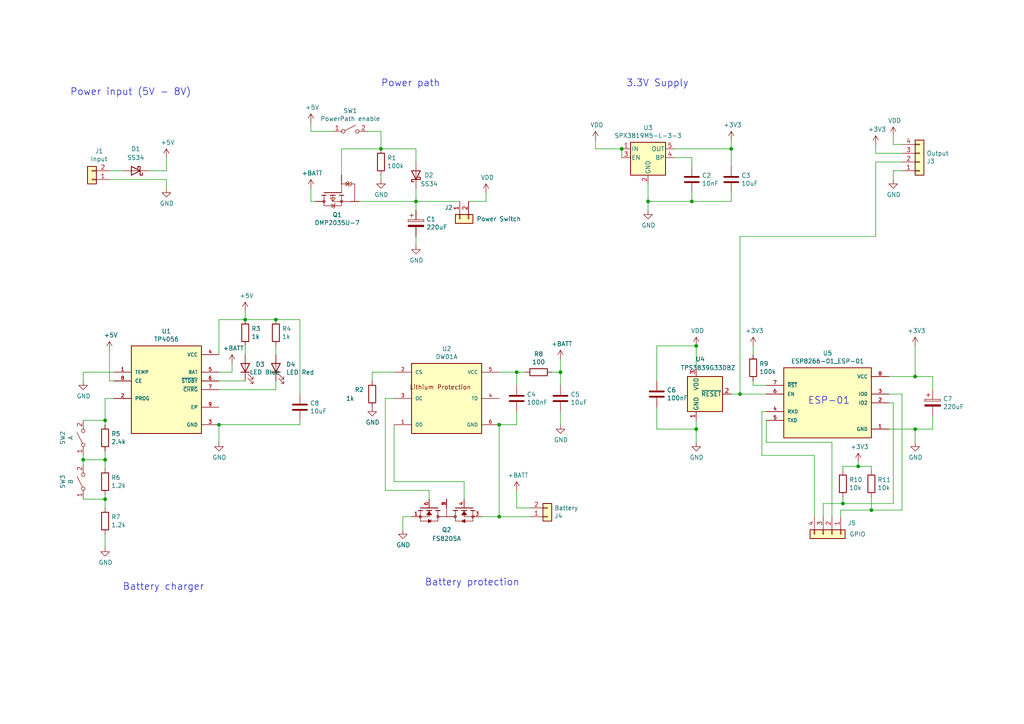
<source format=kicad_sch>
(kicad_sch (version 20211123) (generator eeschema)
  (paper "A4")
  (title_block (title "ESPower") (date "2022-09-02") (rev "v1.0") (company "AGIUS-INDUSTRIES"))
  (lib_symbols
    (symbol "Connector_Generic:Conn_01x02" (pin_names (offset 1.016) hide)
      (property "Reference" "J" (at 0 2.54 0))
      (property "Value" "Conn_01x02" (at 0 -5.08 0))
      (symbol "Conn_01x02_1_1"
        (rectangle (start -1.27 -2.413) (end 0 -2.667) (stroke (width 0.1524)))
        (rectangle (start -1.27 0.127) (end 0 -0.127) (stroke (width 0.1524)))
        (rectangle (start -1.27 1.27) (end 1.27 -3.81) (stroke (width 0.254)) (fill (type background)))
        (pin passive line (at -5.08 0 0) (length 3.81) (name "Pin_1") (number "1"))
        (pin passive line (at -5.08 -2.54 0) (length 3.81) (name "Pin_2") (number "2"))
      )
    )
    (symbol "Connector_Generic:Conn_01x04" (pin_names (offset 1.016) hide)
      (property "Reference" "J" (at 0 5.08 0))
      (property "Value" "Conn_01x04" (at 0 -7.62 0))
      (symbol "Conn_01x04_1_1"
        (rectangle (start -1.27 -4.953) (end 0 -5.207) (stroke (width 0.1524)))
        (rectangle (start -1.27 -2.413) (end 0 -2.667) (stroke (width 0.1524)))
        (rectangle (start -1.27 0.127) (end 0 -0.127) (stroke (width 0.1524)))
        (rectangle (start -1.27 2.667) (end 0 2.413) (stroke (width 0.1524)))
        (rectangle (start -1.27 3.81) (end 1.27 -6.35) (stroke (width 0.254)) (fill (type background)))
        (pin passive line (at -5.08 2.54 0) (length 3.81) (name "Pin_1") (number "1"))
        (pin passive line (at -5.08 0 0) (length 3.81) (name "Pin_2") (number "2"))
        (pin passive line (at -5.08 -2.54 0) (length 3.81) (name "Pin_3") (number "3"))
        (pin passive line (at -5.08 -5.08 0) (length 3.81) (name "Pin_4") (number "4"))
      )
    )
    (symbol "DMP1045U:DMP1045U" (pin_numbers hide) (pin_names (offset 1.016) hide)
      (property "Reference" "Q" (at -10.16 7.62 0))
      (property "Value" "DMP1045U" (at -10.16 -7.62 0))
      (symbol "DMP1045U_0_0"
        (polyline (pts (xy -3.048 4.572) (xy -3.302 4.318)) (stroke (width 0.1524)))
        (polyline (pts (xy -2.54 2.54) (xy -2.54 4.572)) (stroke (width 0.1524)))
        (polyline (pts (xy -2.54 2.54) (xy 0 2.54)) (stroke (width 0.1524)))
        (polyline (pts (xy -2.54 4.572) (xy -3.048 4.572)) (stroke (width 0.1524)))
        (polyline (pts (xy -2.54 6.35) (xy -2.54 5.334)) (stroke (width 0.1524)))
        (polyline (pts (xy -2.54 6.35) (xy 2.54 6.35)) (stroke (width 0.1524)))
        (polyline (pts (xy -2.032 4.572) (xy -2.54 4.572)) (stroke (width 0.1524)))
        (polyline (pts (xy -1.778 4.826) (xy -2.032 4.572)) (stroke (width 0.1524)))
        (polyline (pts (xy 0 -2.54) (xy 0 2.54)) (stroke (width 0.254)))
        (polyline (pts (xy 0.762 -3.175) (xy 0.762 -2.54)) (stroke (width 0.254)))
        (polyline (pts (xy 0.762 -2.54) (xy 0.762 -1.905)) (stroke (width 0.254)))
        (polyline (pts (xy 0.762 -2.54) (xy 3.81 -2.54)) (stroke (width 0.1524)))
        (polyline (pts (xy 0.762 -0.762) (xy 0.762 0)) (stroke (width 0.254)))
        (polyline (pts (xy 0.762 0) (xy 0.762 0.762)) (stroke (width 0.254)))
        (polyline (pts (xy 0.762 0) (xy 2.54 0)) (stroke (width 0.1524)))
        (polyline (pts (xy 0.762 1.905) (xy 0.762 2.54)) (stroke (width 0.254)))
        (polyline (pts (xy 0.762 2.54) (xy 0.762 3.175)) (stroke (width 0.254)))
        (polyline (pts (xy 2.54 0) (xy 2.54 2.54)) (stroke (width 0.1524)))
        (polyline (pts (xy 2.54 2.54) (xy 0.762 2.54)) (stroke (width 0.1524)))
        (polyline (pts (xy 2.54 2.54) (xy 2.54 5.08)) (stroke (width 0.1524)))
        (polyline (pts (xy 2.54 2.54) (xy 3.81 2.54)) (stroke (width 0.1524)))
        (polyline (pts (xy 3.048 0.762) (xy 3.302 0.508)) (stroke (width 0.1524)))
        (polyline (pts (xy 3.302 0.508) (xy 3.81 0.508)) (stroke (width 0.1524)))
        (polyline (pts (xy 3.81 -2.54) (xy 3.81 0.508)) (stroke (width 0.1524)))
        (polyline (pts (xy 3.81 0.508) (xy 3.81 2.54)) (stroke (width 0.1524)))
        (polyline (pts (xy 3.81 0.508) (xy 4.318 0.508)) (stroke (width 0.1524)))
        (polyline (pts (xy 4.318 0.508) (xy 4.572 0.254)) (stroke (width 0.1524)))
        (polyline (pts (xy -2.54 4.572) (xy -3.048 5.334) (xy -2.032 5.334) (xy -2.54 4.572)) (stroke (width 0.1524)) (fill (type background)))
        (polyline (pts (xy -2.54 4.572) (xy -2.032 3.81) (xy -3.048 3.81) (xy -2.54 4.572)) (stroke (width 0.1524)) (fill (type background)))
        (polyline (pts (xy 2.54 0) (xy 1.524 0.762) (xy 1.524 -0.762) (xy 2.54 0)) (stroke (width 0.1524)) (fill (type background)))
        (polyline (pts (xy 3.81 0.508) (xy 4.318 -0.254) (xy 3.302 -0.254) (xy 3.81 0.508)) (stroke (width 0.1524)) (fill (type background)))
        (circle (center 2.54 -2.54) (radius 0.3556))
        (circle (center 2.54 2.54) (radius 0.3556))
        (pin passive line (at -5.08 2.54 0) (length 2.54) (name "~") (number "1"))
        (pin passive line (at 2.54 7.62 270) (length 2.54) (name "~") (number "2"))
        (pin passive line (at 2.54 -5.08 90) (length 2.54) (name "~") (number "3"))
      )
    )
    (symbol "DW01A:DW01A" (pin_names (offset 1.016))
      (property "Reference" "IC" (at -5.08 11.43 0))
      (property "Value" "DW01A" (at -5.08 -12.7 0))
      (symbol "DW01A_0_0"
        (rectangle (start -10.16 -10.16) (end 10.16 10.16) (stroke (width 0.254)) (fill (type background)))
        (text "Lithium Protection" (at -7.112 2.54 0) (effects (font (size 1.27 1.27)) (justify left bottom)))
        (pin bidirectional line (at 15.24 -7.62 180) (length 5.08) (name "OD") (number "1"))
        (pin bidirectional line (at 15.24 7.62 180) (length 5.08) (name "CS") (number "2"))
        (pin bidirectional line (at 15.24 0 180) (length 5.08) (name "OC") (number "3"))
        (pin bidirectional line (at -15.24 0 0) (length 5.08) (name "TD") (number "4"))
        (pin power_in line (at -15.24 7.62 0) (length 5.08) (name "VCC") (number "5"))
        (pin power_in line (at -15.24 -7.62 0) (length 5.08) (name "GND") (number "6"))
      )
    )
    (symbol "Device:C" (pin_numbers hide) (pin_names (offset 0.254))
      (property "Reference" "C" (at 0.635 2.54 0))
      (property "Value" "C" (at 0.635 -2.54 0))
      (symbol "C_0_1"
        (polyline (pts (xy -2.032 -0.762) (xy 2.032 -0.762)) (stroke (width 0.508)))
        (polyline (pts (xy -2.032 0.762) (xy 2.032 0.762)) (stroke (width 0.508)))
      )
      (symbol "C_1_1"
        (pin passive line (at 0 3.81 270) (length 2.794) (name "~") (number "1"))
        (pin passive line (at 0 -3.81 90) (length 2.794) (name "~") (number "2"))
      )
    )
    (symbol "Device:D_Schottky" (pin_numbers hide) (pin_names (offset 1.016) hide)
      (property "Reference" "D" (at 0 2.54 0))
      (property "Value" "D_Schottky" (at 0 -2.54 0))
      (symbol "D_Schottky_0_1"
        (polyline (pts (xy 1.27 0) (xy -1.27 0)))
        (polyline (pts (xy 1.27 1.27) (xy 1.27 -1.27) (xy -1.27 0) (xy 1.27 1.27)) (stroke (width 0.254)))
        (polyline (pts (xy -1.905 0.635) (xy -1.905 1.27) (xy -1.27 1.27) (xy -1.27 -1.27) (xy -0.635 -1.27) (xy -0.635 -0.635)) (stroke (width 0.254)))
      )
      (symbol "D_Schottky_1_1"
        (pin passive line (at -3.81 0 0) (length 2.54) (name "K") (number "1"))
        (pin passive line (at 3.81 0 180) (length 2.54) (name "A") (number "2"))
      )
    )
    (symbol "Device:LED" (pin_numbers hide) (pin_names (offset 1.016) hide)
      (property "Reference" "D" (at 0 2.54 0))
      (property "Value" "LED" (at 0 -2.54 0))
      (symbol "LED_0_1"
        (polyline (pts (xy -1.27 -1.27) (xy -1.27 1.27)) (stroke (width 0.254)))
        (polyline (pts (xy -1.27 0) (xy 1.27 0)))
        (polyline (pts (xy 1.27 -1.27) (xy 1.27 1.27) (xy -1.27 0) (xy 1.27 -1.27)) (stroke (width 0.254)))
        (polyline (pts (xy -3.048 -0.762) (xy -4.572 -2.286) (xy -3.81 -2.286) (xy -4.572 -2.286) (xy -4.572 -1.524)))
        (polyline (pts (xy -1.778 -0.762) (xy -3.302 -2.286) (xy -2.54 -2.286) (xy -3.302 -2.286) (xy -3.302 -1.524)))
      )
      (symbol "LED_1_1"
        (pin passive line (at -3.81 0 0) (length 2.54) (name "K") (number "1"))
        (pin passive line (at 3.81 0 180) (length 2.54) (name "A") (number "2"))
      )
    )
    (symbol "Device:R" (pin_numbers hide) (pin_names (offset 0))
      (property "Reference" "R" (at 2.032 0 90))
      (property "Value" "R" (at 0 0 90))
      (symbol "R_0_1"
        (rectangle (start -1.016 -2.54) (end 1.016 2.54) (stroke (width 0.254)))
      )
      (symbol "R_1_1"
        (pin passive line (at 0 3.81 270) (length 1.27) (name "~") (number "1"))
        (pin passive line (at 0 -3.81 90) (length 1.27) (name "~") (number "2"))
      )
    )
    (symbol "ESPower-rescue:+3.3V-power" (power) (pin_names (offset 0))
      (property "Value" "+3.3V-power" (at 0 3.556 0))
      (symbol "+3.3V-power_0_1"
        (polyline (pts (xy -0.762 1.27) (xy 0 2.54)))
        (polyline (pts (xy 0 0) (xy 0 2.54)))
        (polyline (pts (xy 0 2.54) (xy 0.762 1.27)))
      )
      (symbol "+3.3V-power_1_1"
        (pin power_in line (at 0 0 90) (length 0) hide (name "+3V3") (number "1"))
      )
    )
    (symbol "ESPower-rescue:CP-Device" (pin_numbers hide) (pin_names (offset 0.254))
      (property "Reference" "C" (at 0.635 2.54 0))
      (property "Value" "CP-Device" (at 0.635 -2.54 0))
      (symbol "CP-Device_0_1"
        (rectangle (start -2.286 0.508) (end 2.286 1.016))
        (polyline (pts (xy -1.778 2.286) (xy -0.762 2.286)))
        (polyline (pts (xy -1.27 2.794) (xy -1.27 1.778)))
        (rectangle (start 2.286 -0.508) (end -2.286 -1.016) (fill (type outline)))
      )
      (symbol "CP-Device_1_1"
        (pin passive line (at 0 3.81 270) (length 2.794) (name "~") (number "1"))
        (pin passive line (at 0 -3.81 90) (length 2.794) (name "~") (number "2"))
      )
    )
    (symbol "ESPower-rescue:ESP8266-01_ESP-01-ESP8266-01_ESP-01" (pin_names (offset 1.016))
      (property "Reference" "U" (at -12.7 10.668 0))
      (property "Value" "ESP8266-01_ESP-01-ESP8266-01_ESP-01" (at -12.7254 -12.7254 0))
      (symbol "ESP8266-01_ESP-01-ESP8266-01_ESP-01_0_0"
        (rectangle (start -12.7 -10.16) (end 12.7 10.16) (stroke (width 0.254)) (fill (type background)))
        (pin power_in line (at 17.78 -7.62 180) (length 5.08) (name "GND") (number "1"))
        (pin bidirectional line (at 17.78 0 180) (length 5.08) (name "IO2") (number "2"))
        (pin bidirectional line (at 17.78 2.54 180) (length 5.08) (name "IO0") (number "3"))
        (pin input line (at -17.78 -2.54 0) (length 5.08) (name "RXD") (number "4"))
        (pin output line (at -17.78 -5.08 0) (length 5.08) (name "TXD") (number "5"))
        (pin input line (at -17.78 2.54 0) (length 5.08) (name "EN") (number "6"))
        (pin input line (at -17.78 5.08 0) (length 5.08) (name "~{RST}") (number "7"))
        (pin power_in line (at 17.78 7.62 180) (length 5.08) (name "VCC") (number "8"))
      )
    )
    (symbol "FS8205:FS8205" (pin_names (offset 1.016))
      (property "Reference" "Q" (at 2.54 2.286 0))
      (property "Value" "FS8205" (at 2.54 -2.032 0))
      (symbol "FS8205_0_0"
        (circle (center 0 -7.62) (radius 0.3592))
        (circle (center 0 -2.54) (radius 0.3592))
        (polyline (pts (xy -2.54 -2.54) (xy -2.54 -7.62)) (stroke (width 0.254)))
        (polyline (pts (xy -2.54 0) (xy 0 0)) (stroke (width 0.1524)))
        (polyline (pts (xy -2.54 2.54) (xy -2.54 7.62)) (stroke (width 0.254)))
        (polyline (pts (xy -1.778 -7.62) (xy -1.778 -8.255)) (stroke (width 0.254)))
        (polyline (pts (xy -1.778 -6.985) (xy -1.778 -7.62)) (stroke (width 0.254)))
        (polyline (pts (xy -1.778 -5.08) (xy -1.778 -5.842)) (stroke (width 0.254)))
        (polyline (pts (xy -1.778 -5.08) (xy 0 -5.08)) (stroke (width 0.1524)))
        (polyline (pts (xy -1.778 -4.318) (xy -1.778 -5.08)) (stroke (width 0.254)))
        (polyline (pts (xy -1.778 -2.54) (xy -1.778 -3.175)) (stroke (width 0.254)))
        (polyline (pts (xy -1.778 -2.54) (xy 0 -2.54)) (stroke (width 0.1524)))
        (polyline (pts (xy -1.778 -1.905) (xy -1.778 -2.54)) (stroke (width 0.254)))
        (polyline (pts (xy -1.778 1.905) (xy -1.778 2.54)) (stroke (width 0.254)))
        (polyline (pts (xy -1.778 2.54) (xy -1.778 3.175)) (stroke (width 0.254)))
        (polyline (pts (xy -1.778 2.54) (xy 0 2.54)) (stroke (width 0.1524)))
        (polyline (pts (xy -1.778 4.318) (xy -1.778 5.08)) (stroke (width 0.254)))
        (polyline (pts (xy -1.778 5.08) (xy -1.778 5.842)) (stroke (width 0.254)))
        (polyline (pts (xy -1.778 5.08) (xy 0 5.08)) (stroke (width 0.1524)))
        (polyline (pts (xy -1.778 6.985) (xy -1.778 7.62)) (stroke (width 0.254)))
        (polyline (pts (xy -1.778 7.62) (xy -1.778 8.255)) (stroke (width 0.254)))
        (polyline (pts (xy 0 -7.62) (xy -1.778 -7.62)) (stroke (width 0.1524)))
        (polyline (pts (xy 0 -7.62) (xy 1.27 -7.62)) (stroke (width 0.1524)))
        (polyline (pts (xy 0 -5.08) (xy 0 -7.62)) (stroke (width 0.1524)))
        (polyline (pts (xy 0 -2.54) (xy 1.27 -2.54)) (stroke (width 0.1524)))
        (polyline (pts (xy 0 0) (xy 0 -2.54)) (stroke (width 0.1778)))
        (polyline (pts (xy 0 2.54) (xy 0 0)) (stroke (width 0.1778)))
        (polyline (pts (xy 0 2.54) (xy 1.27 2.54)) (stroke (width 0.1524)))
        (polyline (pts (xy 0 5.08) (xy 0 7.62)) (stroke (width 0.1524)))
        (polyline (pts (xy 0 7.62) (xy -1.778 7.62)) (stroke (width 0.1524)))
        (polyline (pts (xy 0 7.62) (xy 1.27 7.62)) (stroke (width 0.1524)))
        (polyline (pts (xy 1.27 -4.572) (xy 0.762 -4.572)) (stroke (width 0.1524)))
        (polyline (pts (xy 1.27 -4.572) (xy 1.27 -7.62)) (stroke (width 0.1524)))
        (polyline (pts (xy 1.27 -2.54) (xy 1.27 -4.572)) (stroke (width 0.1524)))
        (polyline (pts (xy 1.27 2.54) (xy 1.27 4.572)) (stroke (width 0.1524)))
        (polyline (pts (xy 1.27 4.572) (xy 0.762 4.572)) (stroke (width 0.1524)))
        (polyline (pts (xy 1.27 4.572) (xy 1.27 7.62)) (stroke (width 0.1524)))
        (polyline (pts (xy 1.778 -4.572) (xy 1.27 -4.572)) (stroke (width 0.1524)))
        (polyline (pts (xy 1.778 4.572) (xy 1.27 4.572)) (stroke (width 0.1524)))
        (polyline (pts (xy -1.524 -5.08) (xy -0.508 -4.318) (xy -0.508 -5.842) (xy -1.524 -5.08)) (stroke (width 0.1524)) (fill (type outline)))
        (polyline (pts (xy -1.524 5.08) (xy -0.508 4.318) (xy -0.508 5.842) (xy -1.524 5.08)) (stroke (width 0.1524)) (fill (type outline)))
        (polyline (pts (xy 1.27 -4.572) (xy 0.762 -5.334) (xy 1.778 -5.334) (xy 1.27 -4.572)) (stroke (width 0.1524)) (fill (type outline)))
        (polyline (pts (xy 1.27 4.572) (xy 0.762 5.334) (xy 1.778 5.334) (xy 1.27 4.572)) (stroke (width 0.1524)) (fill (type outline)))
        (circle (center 0 2.54) (radius 0.3592))
        (circle (center 0 7.62) (radius 0.3592))
        (pin passive line (at 0 -10.16 90) (length 2.54) (name "~") (number "1"))
        (pin passive line (at -5.08 0 0) (length 2.54) (name "~") (number "2"))
        (pin passive line (at 0 10.16 270) (length 2.54) (name "~") (number "3"))
        (pin passive line (at -5.08 5.08 0) (length 2.54) (name "~") (number "4"))
        (pin passive line (at -5.08 0 0) (length 2.54) (name "~") (number "5"))
        (pin passive line (at -5.08 -5.08 0) (length 2.54) (name "~") (number "6"))
      )
    )
    (symbol "Power_Supervisor:TPS3839DBZ" (pin_names (offset 0.254))
      (property "Reference" "U" (at 2.54 8.89 0))
      (property "Value" "TPS3839DBZ" (at 2.54 6.35 0))
      (symbol "TPS3839DBZ_0_1"
        (rectangle (start -2.54 5.08) (end 7.62 -5.08) (stroke (width 0.254)) (fill (type background)))
      )
      (symbol "TPS3839DBZ_1_1"
        (pin power_in line (at 0 -7.62 90) (length 2.54) (name "GND") (number "1"))
        (pin output line (at 10.16 0 180) (length 2.54) (name "~{RESET}") (number "2"))
        (pin power_in line (at 0 7.62 270) (length 2.54) (name "VDD") (number "3"))
      )
    )
    (symbol "Regulator_Linear:SPX3819M5-L-3-3" (pin_names (offset 0.254))
      (property "Reference" "U" (at -3.81 5.715 0))
      (property "Value" "SPX3819M5-L-3-3" (at 0 5.715 0))
      (symbol "SPX3819M5-L-3-3_0_1"
        (rectangle (start -5.08 4.445) (end 5.08 -5.08) (stroke (width 0.254)) (fill (type background)))
      )
      (symbol "SPX3819M5-L-3-3_1_1"
        (pin power_in line (at -7.62 2.54 0) (length 2.54) (name "IN") (number "1"))
        (pin power_in line (at 0 -7.62 90) (length 2.54) (name "GND") (number "2"))
        (pin input line (at -7.62 0 0) (length 2.54) (name "EN") (number "3"))
        (pin input line (at 7.62 0 180) (length 2.54) (name "BP") (number "4"))
        (pin power_out line (at 7.62 2.54 180) (length 2.54) (name "OUT") (number "5"))
      )
    )
    (symbol "Switch:SW_SPST" (pin_names (offset 0) hide)
      (property "Reference" "SW" (at 0 3.175 0))
      (property "Value" "SW_SPST" (at 0 -2.54 0))
      (symbol "SW_SPST_0_0"
        (circle (center -2.032 0) (radius 0.508))
        (polyline (pts (xy -1.524 0.254) (xy 1.524 1.778)))
        (circle (center 2.032 0) (radius 0.508))
      )
      (symbol "SW_SPST_1_1"
        (pin passive line (at -5.08 0 0) (length 2.54) (name "A") (number "1"))
        (pin passive line (at 5.08 0 180) (length 2.54) (name "B") (number "2"))
      )
    )
    (symbol "TP4056:TP4056" (pin_names (offset 1.016))
      (property "Reference" "U" (at -10.16 13.208 0))
      (property "Value" "TP4056" (at -10.16 -15.24 0))
      (symbol "TP4056_0_0"
        (rectangle (start -10.16 -12.7) (end 10.16 12.7) (stroke (width 0.254)) (fill (type background)))
        (pin input line (at -15.24 5.08 0) (length 5.08) (name "TEMP") (number "1"))
        (pin bidirectional line (at -15.24 -2.54 0) (length 5.08) (name "PROG") (number "2"))
        (pin power_in line (at 15.24 -10.16 180) (length 5.08) (name "GND") (number "3"))
        (pin power_in line (at 15.24 10.16 180) (length 5.08) (name "VCC") (number "4"))
        (pin output line (at 15.24 5.08 180) (length 5.08) (name "BAT") (number "5"))
        (pin output line (at 15.24 2.54 180) (length 5.08) (name "~{STDBY}") (number "6"))
        (pin output line (at 15.24 0 180) (length 5.08) (name "~{CHRG}") (number "7"))
        (pin input line (at -15.24 2.54 0) (length 5.08) (name "CE") (number "8"))
        (pin passive line (at 15.24 -5.08 180) (length 5.08) (name "EP") (number "9"))
      )
    )
    (symbol "power:+5V" (power) (pin_names (offset 0))
      (property "Value" "+5V" (at 0 3.556 0))
      (symbol "+5V_0_1"
        (polyline (pts (xy -0.762 1.27) (xy 0 2.54)))
        (polyline (pts (xy 0 0) (xy 0 2.54)))
        (polyline (pts (xy 0 2.54) (xy 0.762 1.27)))
      )
      (symbol "+5V_1_1"
        (pin power_in line (at 0 0 90) (length 0) hide (name "+5V") (number "1"))
      )
    )
    (symbol "power:+BATT" (power) (pin_names (offset 0))
      (property "Value" "+BATT" (at 0 3.556 0))
      (symbol "+BATT_0_1"
        (polyline (pts (xy -0.762 1.27) (xy 0 2.54)))
        (polyline (pts (xy 0 0) (xy 0 2.54)))
        (polyline (pts (xy 0 2.54) (xy 0.762 1.27)))
      )
      (symbol "+BATT_1_1"
        (pin power_in line (at 0 0 90) (length 0) hide (name "+BATT") (number "1"))
      )
    )
    (symbol "power:GND" (power) (pin_names (offset 0))
      (property "Value" "GND" (at 0 -3.81 0))
      (symbol "GND_0_1"
        (polyline (pts (xy 0 0) (xy 0 -1.27) (xy 1.27 -1.27) (xy 0 -2.54) (xy -1.27 -1.27) (xy 0 -1.27)))
      )
      (symbol "GND_1_1"
        (pin power_in line (at 0 0 270) (length 0) hide (name "GND") (number "1"))
      )
    )
    (symbol "power:VDD" (power) (pin_names (offset 0))
      (property "Value" "VDD" (at 0 3.81 0))
      (symbol "VDD_0_1"
        (polyline (pts (xy -0.762 1.27) (xy 0 2.54)))
        (polyline (pts (xy 0 0) (xy 0 2.54)))
        (polyline (pts (xy 0 2.54) (xy 0.762 1.27)))
      )
      (symbol "VDD_1_1"
        (pin power_in line (at 0 0 90) (length 0) hide (name "VDD") (number "1"))
      )
    )
  )
  (junction (at 149.86 107.95))
  (junction (at 200.66 58.42))
  (junction (at 265.43 109.22))
  (junction (at 244.475 146.05))
  (junction (at 201.93 124.46))
  (junction (at 24.13 133.35))
  (junction (at 80.01 92.71))
  (junction (at 252.73 147.955))
  (junction (at 201.93 100.33))
  (junction (at 30.48 121.92))
  (junction (at 110.49 43.18))
  (junction (at 265.43 124.46))
  (junction (at 120.65 58.42))
  (junction (at 212.09 43.18))
  (junction (at 30.48 144.78))
  (junction (at 63.5 123.19))
  (junction (at 71.12 92.71))
  (junction (at 248.92 135.255))
  (junction (at 187.96 58.42))
  (junction (at 214.63 114.3))
  (junction (at 162.56 107.95))
  (junction (at 30.48 133.35))
  (junction (at 180.34 43.18))
  (junction (at 144.78 149.86))
  (junction (at 144.78 123.19))
  (wire (pts (xy 222.25 114.3) (xy 214.63 114.3)))
  (wire (pts (xy 153.67 147.32) (xy 149.86 147.32)))
  (wire (pts (xy 257.81 114.3) (xy 261.62 114.3)))
  (wire (pts (xy 116.84 149.86) (xy 116.84 153.67)))
  (wire (pts (xy 236.22 149.86) (xy 236.22 132.08)))
  (wire (pts (xy 114.3 123.19) (xy 114.3 139.7)))
  (wire (pts (xy 90.17 54.61) (xy 90.17 58.42)))
  (wire (pts (xy 201.93 124.46) (xy 201.93 128.27)))
  (wire (pts (xy 80.01 113.03) (xy 63.5 113.03)))
  (wire (pts (xy 201.93 121.92) (xy 201.93 124.46)))
  (wire (pts (xy 144.78 149.86) (xy 153.67 149.86)))
  (wire (pts (xy 114.3 115.57) (xy 111.76 115.57)))
  (wire (pts (xy 265.43 109.22) (xy 270.51 109.22)))
  (wire (pts (xy 99.06 43.18) (xy 99.06 50.8)))
  (wire (pts (xy 187.96 58.42) (xy 187.96 60.96)))
  (wire (pts (xy 149.86 147.32) (xy 149.86 142.24)))
  (wire (pts (xy 111.76 142.24) (xy 111.76 115.57)))
  (wire (pts (xy 241.3 128.27) (xy 222.25 128.27)))
  (wire (pts (xy 80.01 92.71) (xy 86.995 92.71)))
  (wire (pts (xy 265.43 124.46) (xy 265.43 128.27)))
  (wire (pts (xy 238.76 146.05) (xy 244.475 146.05)))
  (wire (pts (xy 24.13 133.35) (xy 24.13 134.62)))
  (wire (pts (xy 30.48 115.57) (xy 30.48 121.92)))
  (wire (pts (xy 139.7 149.86) (xy 144.78 149.86)))
  (wire (pts (xy 190.5 124.46) (xy 190.5 118.11)))
  (wire (pts (xy 31.75 49.53) (xy 35.56 49.53)))
  (wire (pts (xy 71.12 100.33) (xy 71.12 102.87)))
  (wire (pts (xy 236.22 132.08) (xy 220.98 132.08)))
  (wire (pts (xy 107.95 107.95) (xy 107.95 110.49)))
  (wire (pts (xy 214.63 114.3) (xy 212.09 114.3)))
  (wire (pts (xy 162.56 111.76) (xy 162.56 107.95)))
  (wire (pts (xy 222.25 111.76) (xy 218.44 111.76)))
  (wire (pts (xy 110.49 43.18) (xy 120.65 43.18)))
  (wire (pts (xy 265.43 100.33) (xy 265.43 109.22)))
  (wire (pts (xy 67.31 105.41) (xy 67.31 107.95)))
  (wire (pts (xy 24.13 121.92) (xy 30.48 121.92)))
  (wire (pts (xy 90.17 38.1) (xy 90.17 35.56)))
  (wire (pts (xy 43.18 49.53) (xy 48.26 49.53)))
  (wire (pts (xy 212.09 43.18) (xy 212.09 48.26)))
  (wire (pts (xy 243.84 147.955) (xy 243.84 149.86)))
  (wire (pts (xy 261.62 147.955) (xy 252.73 147.955)))
  (wire (pts (xy 63.5 123.19) (xy 86.995 123.19)))
  (wire (pts (xy 120.65 54.61) (xy 120.65 58.42)))
  (wire (pts (xy 254 44.45) (xy 254 41.91)))
  (wire (pts (xy 90.17 58.42) (xy 91.44 58.42)))
  (wire (pts (xy 119.38 149.86) (xy 116.84 149.86)))
  (wire (pts (xy 252.73 147.955) (xy 243.84 147.955)))
  (wire (pts (xy 31.75 110.49) (xy 31.75 101.6)))
  (wire (pts (xy 244.475 135.255) (xy 248.92 135.255)))
  (wire (pts (xy 270.51 120.65) (xy 270.51 124.46)))
  (wire (pts (xy 201.93 100.33) (xy 201.93 106.68)))
  (wire (pts (xy 254 68.58) (xy 254 46.99)))
  (wire (pts (xy 48.26 49.53) (xy 48.26 45.72)))
  (wire (pts (xy 214.63 114.3) (xy 214.63 68.58)))
  (wire (pts (xy 261.62 41.91) (xy 259.08 41.91)))
  (wire (pts (xy 244.475 144.145) (xy 244.475 146.05)))
  (wire (pts (xy 261.62 44.45) (xy 254 44.45)))
  (wire (pts (xy 254 46.99) (xy 261.62 46.99)))
  (wire (pts (xy 195.58 43.18) (xy 212.09 43.18)))
  (wire (pts (xy 201.93 100.33) (xy 190.5 100.33)))
  (wire (pts (xy 120.65 68.58) (xy 120.65 71.12)))
  (wire (pts (xy 248.92 133.985) (xy 248.92 135.255)))
  (wire (pts (xy 257.81 109.22) (xy 265.43 109.22)))
  (wire (pts (xy 212.09 58.42) (xy 200.66 58.42)))
  (wire (pts (xy 120.65 58.42) (xy 133.35 58.42)))
  (wire (pts (xy 48.26 52.07) (xy 48.26 54.61)))
  (wire (pts (xy 200.66 58.42) (xy 187.96 58.42)))
  (wire (pts (xy 80.01 100.33) (xy 80.01 102.87)))
  (wire (pts (xy 180.34 43.18) (xy 172.72 43.18)))
  (wire (pts (xy 71.12 110.49) (xy 63.5 110.49)))
  (wire (pts (xy 30.48 121.92) (xy 30.48 123.19)))
  (wire (pts (xy 261.62 114.3) (xy 261.62 147.955)))
  (wire (pts (xy 110.49 38.1) (xy 106.68 38.1)))
  (wire (pts (xy 257.81 124.46) (xy 265.43 124.46)))
  (wire (pts (xy 241.3 149.86) (xy 241.3 128.27)))
  (wire (pts (xy 162.56 104.14) (xy 162.56 107.95)))
  (wire (pts (xy 218.44 111.76) (xy 218.44 110.49)))
  (wire (pts (xy 110.49 43.18) (xy 110.49 38.1)))
  (wire (pts (xy 220.98 132.08) (xy 220.98 119.38)))
  (wire (pts (xy 71.12 90.17) (xy 71.12 92.71)))
  (wire (pts (xy 30.48 144.78) (xy 30.48 147.32)))
  (wire (pts (xy 67.31 107.95) (xy 63.5 107.95)))
  (wire (pts (xy 134.62 144.78) (xy 134.62 139.7)))
  (wire (pts (xy 24.13 132.08) (xy 24.13 133.35)))
  (wire (pts (xy 149.86 107.95) (xy 149.86 111.76)))
  (wire (pts (xy 162.56 107.95) (xy 160.02 107.95)))
  (wire (pts (xy 212.09 40.64) (xy 212.09 43.18)))
  (wire (pts (xy 195.58 45.72) (xy 200.66 45.72)))
  (wire (pts (xy 149.86 119.38) (xy 149.86 123.19)))
  (wire (pts (xy 86.995 114.3) (xy 86.995 92.71)))
  (wire (pts (xy 222.25 119.38) (xy 220.98 119.38)))
  (wire (pts (xy 238.76 146.05) (xy 238.76 149.86)))
  (wire (pts (xy 252.73 144.145) (xy 252.73 147.955)))
  (wire (pts (xy 252.73 135.255) (xy 252.73 136.525)))
  (wire (pts (xy 71.12 92.71) (xy 80.01 92.71)))
  (wire (pts (xy 187.96 53.34) (xy 187.96 58.42)))
  (wire (pts (xy 172.72 43.18) (xy 172.72 40.64)))
  (wire (pts (xy 200.66 55.88) (xy 200.66 58.42)))
  (wire (pts (xy 162.56 119.38) (xy 162.56 123.19)))
  (wire (pts (xy 33.02 110.49) (xy 31.75 110.49)))
  (wire (pts (xy 24.13 144.78) (xy 30.48 144.78)))
  (wire (pts (xy 259.08 116.84) (xy 257.81 116.84)))
  (wire (pts (xy 248.92 135.255) (xy 252.73 135.255)))
  (wire (pts (xy 114.3 107.95) (xy 107.95 107.95)))
  (wire (pts (xy 201.93 124.46) (xy 190.5 124.46)))
  (wire (pts (xy 200.66 45.72) (xy 200.66 48.26)))
  (wire (pts (xy 244.475 146.05) (xy 259.08 146.05)))
  (wire (pts (xy 114.3 139.7) (xy 134.62 139.7)))
  (wire (pts (xy 214.63 68.58) (xy 254 68.58)))
  (wire (pts (xy 24.13 133.35) (xy 30.48 133.35)))
  (wire (pts (xy 30.48 133.35) (xy 30.48 135.89)))
  (wire (pts (xy 80.01 110.49) (xy 80.01 113.03)))
  (wire (pts (xy 140.97 55.88) (xy 140.97 58.42)))
  (wire (pts (xy 149.86 123.19) (xy 144.78 123.19)))
  (wire (pts (xy 63.5 92.71) (xy 63.5 102.87)))
  (wire (pts (xy 71.12 92.71) (xy 63.5 92.71)))
  (wire (pts (xy 140.97 58.42) (xy 135.89 58.42)))
  (wire (pts (xy 120.65 58.42) (xy 120.65 60.96)))
  (wire (pts (xy 152.4 107.95) (xy 149.86 107.95)))
  (wire (pts (xy 218.44 100.33) (xy 218.44 102.87)))
  (wire (pts (xy 86.995 123.19) (xy 86.995 121.92)))
  (wire (pts (xy 212.09 55.88) (xy 212.09 58.42)))
  (wire (pts (xy 96.52 38.1) (xy 90.17 38.1)))
  (wire (pts (xy 99.06 43.18) (xy 110.49 43.18)))
  (wire (pts (xy 24.13 107.95) (xy 24.13 110.49)))
  (wire (pts (xy 261.62 49.53) (xy 259.08 49.53)))
  (wire (pts (xy 259.08 41.91) (xy 259.08 39.37)))
  (wire (pts (xy 63.5 123.19) (xy 63.5 128.27)))
  (wire (pts (xy 144.78 123.19) (xy 144.78 149.86)))
  (wire (pts (xy 244.475 135.255) (xy 244.475 136.525)))
  (wire (pts (xy 30.48 143.51) (xy 30.48 144.78)))
  (wire (pts (xy 222.25 128.27) (xy 222.25 121.92)))
  (wire (pts (xy 190.5 100.33) (xy 190.5 110.49)))
  (wire (pts (xy 124.46 142.24) (xy 111.76 142.24)))
  (wire (pts (xy 120.65 43.18) (xy 120.65 46.99)))
  (wire (pts (xy 259.08 116.84) (xy 259.08 146.05)))
  (wire (pts (xy 104.14 58.42) (xy 120.65 58.42)))
  (wire (pts (xy 124.46 144.78) (xy 124.46 142.24)))
  (wire (pts (xy 30.48 130.81) (xy 30.48 133.35)))
  (wire (pts (xy 33.02 115.57) (xy 30.48 115.57)))
  (wire (pts (xy 270.51 113.03) (xy 270.51 109.22)))
  (wire (pts (xy 31.75 52.07) (xy 48.26 52.07)))
  (wire (pts (xy 180.34 45.72) (xy 180.34 43.18)))
  (wire (pts (xy 265.43 124.46) (xy 270.51 124.46)))
  (wire (pts (xy 144.78 107.95) (xy 149.86 107.95)))
  (wire (pts (xy 30.48 154.94) (xy 30.48 158.75)))
  (wire (pts (xy 33.02 107.95) (xy 24.13 107.95)))
  (wire (pts (xy 110.49 50.8) (xy 110.49 52.07)))
  (wire (pts (xy 259.08 49.53) (xy 259.08 52.07)))
  (text "3.3V Supply" (at 181.61 25.4 0) (effects (font (size 2.0066 2.0066)) (justify left bottom)))
  (text "ESP-01" (at 234.315 117.475 0) (effects (font (size 2.0066 2.0066)) (justify left bottom)))
  (text "Battery charger" (at 35.56 171.45 0) (effects (font (size 2.0066 2.0066)) (justify left bottom)))
  (text "Power input (5V - 8V)" (at 20.32 27.94 0) (effects (font (size 2.0066 2.0066)) (justify left bottom)))
  (text "Battery protection" (at 123.19 170.18 0) (effects (font (size 2.0066 2.0066)) (justify left bottom)))
  (text "Power path" (at 110.49 25.4 0) (effects (font (size 2.0066 2.0066)) (justify left bottom)))
  (symbol (lib_id "DMP1045U:DMP1045U") (at 96.52 55.88 270) (unit 1)
    (property "Reference" "Q1" (at 97.79 62.3062 90))
    (property "Value" "DMP2035U-7" (at 97.79 64.6176 90))
    (property "Footprint" "Package_TO_SOT_SMD:SOT-23" (effects hide))
    (property "LCSC" "C110499" (effects hide))
  )
  (symbol (lib_id "Device:D_Schottky") (at 120.65 50.8 90) (unit 1)
    (property "Reference" "D2" (at 125.73 50.8 90) (effects (justify left)))
    (property "Value" "SS34" (at 127 53.34 90) (effects (justify left)))
    (property "Footprint" "Diode_SMD:D_SMA" (effects hide))
    (property "LCSC" "C8678" (effects hide))
  )
  (symbol (lib_id "Device:R") (at 110.49 46.99 0) (unit 1)
    (property "Reference" "R1" (at 112.268 45.8216 0) (effects (justify left)))
    (property "Value" "100k" (at 112.268 48.133 0) (effects (justify left)))
    (property "Footprint" "Resistor_SMD:R_0603_1608Metric" (effects hide))
    (property "LCSC" "C25803" (effects hide))
  )
  (symbol (lib_id "ESPower-rescue:CP-Device") (at 120.65 64.77 0) (unit 1)
    (property "Reference" "C1" (at 123.6472 63.6016 0) (effects (justify left)))
    (property "Value" "220uF" (at 123.6472 65.913 0) (effects (justify left)))
    (property "Footprint" "Capacitor_Tantalum_SMD:CP_EIA-6032-28_Kemet-C" (effects hide))
    (property "LCSC" "C123271" (effects hide))
  )
  (symbol (lib_id "power:+5V") (at 90.17 35.56 0) (unit 1)
    (property "Reference" "#PWR0101" (effects hide))
    (property "Value" "+5V" (at 90.551 31.1658 0))
  )
  (symbol (lib_id "power:+BATT") (at 90.17 54.61 0) (unit 1)
    (property "Reference" "#PWR0102" (effects hide))
    (property "Value" "+BATT" (at 90.551 50.2158 0))
  )
  (symbol (lib_id "power:GND") (at 120.65 71.12 0) (unit 1)
    (property "Reference" "#PWR0103" (effects hide))
    (property "Value" "GND" (at 120.777 75.5142 0))
  )
  (symbol (lib_id "power:GND") (at 110.49 52.07 0) (unit 1)
    (property "Reference" "#PWR0104" (effects hide))
    (property "Value" "GND" (at 110.617 56.4642 0))
  )
  (symbol (lib_id "Power_Supervisor:TPS3839DBZ") (at 201.93 114.3 0) (unit 1)
    (property "Reference" "U4" (at 204.47 104.14 0) (effects (justify right)))
    (property "Value" "TPS3839G33DBZ" (at 213.36 106.68 0) (effects (justify right)))
    (property "Footprint" "Package_TO_SOT_SMD:SOT-23" (effects hide))
    (property "Datasheet" "http://www.ti.com/lit/ds/sbvs193d/sbvs193d.pdf" (effects hide))
    (property "LCSC" "C485802" (effects hide))
  )
  (symbol (lib_id "power:GND") (at 201.93 128.27 0) (unit 1)
    (property "Reference" "#PWR0105" (effects hide))
    (property "Value" "GND" (at 202.057 132.6642 0))
  )
  (symbol (lib_id "ESPower-rescue:ESP8266-01_ESP-01-ESP8266-01_ESP-01") (at 240.03 116.84 0) (unit 1)
    (property "Reference" "U5" (at 240.03 102.4382 0))
    (property "Value" "ESP8266-01_ESP-01" (at 240.03 104.7496 0))
    (property "Footprint" "Custom:XCVR_ESP8266-01_ESP-01" (effects hide))
  )
  (symbol (lib_id "power:VDD") (at 140.97 55.88 0) (unit 1)
    (property "Reference" "#PWR0106" (effects hide))
    (property "Value" "VDD" (at 141.351 51.4858 0))
  )
  (symbol (lib_id "power:VDD") (at 201.93 100.33 0) (unit 1)
    (property "Reference" "#PWR0107" (effects hide))
    (property "Value" "VDD" (at 202.311 95.9358 0))
  )
  (symbol (lib_id "power:GND") (at 265.43 128.27 0) (unit 1)
    (property "Reference" "#PWR0108" (effects hide))
    (property "Value" "GND" (at 265.557 132.6642 0))
  )
  (symbol (lib_id "power:GND") (at 187.96 60.96 0) (unit 1)
    (property "Reference" "#PWR0109" (effects hide))
    (property "Value" "GND" (at 188.087 65.3542 0))
  )
  (symbol (lib_id "Regulator_Linear:SPX3819M5-L-3-3") (at 187.96 45.72 0) (unit 1)
    (property "Reference" "U3" (at 187.96 37.0332 0))
    (property "Value" "SPX3819M5-L-3-3" (at 187.96 39.3446 0))
    (property "Footprint" "Package_TO_SOT_SMD:SOT-23-5" (effects hide))
    (property "Datasheet" "https://www.exar.com/content/document.ashx?id=22106&languageid=1033&type=Datasheet&partnumber=SPX3819&filename=SPX3819.pdf&part=SPX3819" (effects hide))
    (property "LCSC" "C9055" (effects hide))
  )
  (symbol (lib_id "Device:C") (at 200.66 52.07 0) (unit 1)
    (property "Reference" "C2" (at 203.581 50.9016 0) (effects (justify left)))
    (property "Value" "10nF" (at 203.581 53.213 0) (effects (justify left)))
    (property "Footprint" "Capacitor_SMD:C_0603_1608Metric" (effects hide))
    (property "LCSC" "C57112" (effects hide))
  )
  (symbol (lib_id "ESPower-rescue:CP-Device") (at 270.51 116.84 0) (unit 1)
    (property "Reference" "C7" (at 273.5072 115.6716 0) (effects (justify left)))
    (property "Value" "220uF" (at 273.5072 117.983 0) (effects (justify left)))
    (property "Footprint" "Capacitor_Tantalum_SMD:CP_EIA-6032-28_Kemet-C" (effects hide))
    (property "LCSC" "C123271" (effects hide))
  )
  (symbol (lib_id "power:VDD") (at 172.72 40.64 0) (unit 1)
    (property "Reference" "#PWR0110" (effects hide))
    (property "Value" "VDD" (at 173.101 36.2458 0))
  )
  (symbol (lib_id "Device:C") (at 190.5 114.3 0) (unit 1)
    (property "Reference" "C6" (at 193.421 113.1316 0) (effects (justify left)))
    (property "Value" "100nF" (at 193.421 115.443 0) (effects (justify left)))
    (property "Footprint" "Capacitor_SMD:C_0603_1608Metric" (effects hide))
    (property "LCSC" "C14663" (effects hide))
  )
  (symbol (lib_id "Device:R") (at 218.44 106.68 0) (unit 1)
    (property "Reference" "R9" (at 220.218 105.5116 0) (effects (justify left)))
    (property "Value" "100k" (at 220.218 107.823 0) (effects (justify left)))
    (property "Footprint" "Resistor_SMD:R_0603_1608Metric" (effects hide))
    (property "LCSC" "C25803" (effects hide))
  )
  (symbol (lib_id "TP4056:TP4056") (at 48.26 113.03 0) (unit 1)
    (property "Reference" "U1" (at 48.26 96.0882 0))
    (property "Value" "TP4056" (at 48.26 98.3996 0))
    (property "Footprint" "Package_SO:HTSOP-8-1EP_3.9x4.9mm_P1.27mm_EP2.4x3.2mm" (effects hide))
    (property "LCSC" "C16581" (effects hide))
  )
  (symbol (lib_id "DW01A:DW01A") (at 129.54 115.57 0) (mirror y) (unit 1)
    (property "Reference" "U2" (at 129.54 101.1682 0))
    (property "Value" "DW01A" (at 129.54 103.4796 0))
    (property "Footprint" "Package_TO_SOT_SMD:SOT-23-6" (effects hide))
    (property "LCSC" "C351410" (effects hide))
  )
  (symbol (lib_id "power:+5V") (at 71.12 90.17 0) (unit 1)
    (property "Reference" "#PWR0111" (effects hide))
    (property "Value" "+5V" (at 71.501 85.7758 0))
  )
  (symbol (lib_id "power:GND") (at 63.5 128.27 0) (unit 1)
    (property "Reference" "#PWR0112" (effects hide))
    (property "Value" "GND" (at 63.627 132.6642 0))
  )
  (symbol (lib_id "power:GND") (at 24.13 110.49 0) (unit 1)
    (property "Reference" "#PWR0113" (effects hide))
    (property "Value" "GND" (at 24.257 114.8842 0))
  )
  (symbol (lib_id "power:GND") (at 107.95 118.11 0) (unit 1)
    (property "Reference" "#PWR0114" (effects hide))
    (property "Value" "GND" (at 108.077 122.5042 0))
  )
  (symbol (lib_id "Device:R") (at 107.95 114.3 0) (unit 1)
    (property "Reference" "R2" (at 102.87 113.03 0) (effects (justify left)))
    (property "Value" "1k" (at 100.33 115.57 0) (effects (justify left)))
    (property "Footprint" "Resistor_SMD:R_0603_1608Metric" (effects hide))
    (property "LCSC" "C21190" (effects hide))
  )
  (symbol (lib_id "Device:R") (at 71.12 96.52 0) (unit 1)
    (property "Reference" "R3" (at 72.898 95.3516 0) (effects (justify left)))
    (property "Value" "1k" (at 72.898 97.663 0) (effects (justify left)))
    (property "Footprint" "Resistor_SMD:R_0603_1608Metric" (effects hide))
    (property "LCSC" "C21190" (effects hide))
  )
  (symbol (lib_id "Device:R") (at 80.01 96.52 0) (unit 1)
    (property "Reference" "R4" (at 81.788 95.3516 0) (effects (justify left)))
    (property "Value" "1k" (at 81.788 97.663 0) (effects (justify left)))
    (property "Footprint" "Resistor_SMD:R_0603_1608Metric" (effects hide))
    (property "LCSC" "C21190" (effects hide))
  )
  (symbol (lib_id "Device:LED") (at 71.12 106.68 90) (unit 1)
    (property "Reference" "D3" (at 74.1172 105.6894 90) (effects (justify right)))
    (property "Value" "LED Blue" (at 72.39 107.95 90) (effects (justify right)))
    (property "Footprint" "LED_SMD:LED_0603_1608Metric" (effects hide))
    (property "LCSC" "C2288" (effects hide))
  )
  (symbol (lib_id "Device:LED") (at 80.01 106.68 90) (unit 1)
    (property "Reference" "D4" (at 83.0072 105.6894 90) (effects (justify right)))
    (property "Value" "LED Red" (at 83.0072 108.0008 90) (effects (justify right)))
    (property "Footprint" "LED_SMD:LED_0603_1608Metric" (effects hide))
    (property "LCSC" "C2286" (effects hide))
  )
  (symbol (lib_id "power:+5V") (at 31.75 101.6 0) (unit 1)
    (property "Reference" "#PWR0115" (effects hide))
    (property "Value" "+5V" (at 32.131 97.2058 0))
  )
  (symbol (lib_id "power:+BATT") (at 67.31 105.41 0) (unit 1)
    (property "Reference" "#PWR0116" (effects hide))
    (property "Value" "+BATT" (at 67.691 101.0158 0))
  )
  (symbol (lib_id "Device:R") (at 30.48 127 0) (unit 1)
    (property "Reference" "R5" (at 32.258 125.8316 0) (effects (justify left)))
    (property "Value" "2.4k" (at 32.258 128.143 0) (effects (justify left)))
    (property "Footprint" "Resistor_SMD:R_0603_1608Metric" (effects hide))
    (property "LCSC" "C22940" (effects hide))
  )
  (symbol (lib_id "power:GND") (at 30.48 158.75 0) (unit 1)
    (property "Reference" "#PWR0117" (effects hide))
    (property "Value" "GND" (at 30.607 163.1442 0))
  )
  (symbol (lib_id "power:GND") (at 116.84 153.67 0) (unit 1)
    (property "Reference" "#PWR0128" (effects hide))
    (property "Value" "GND" (at 116.967 158.0642 0))
  )
  (symbol (lib_id "power:+BATT") (at 149.86 142.24 0) (unit 1)
    (property "Reference" "#PWR0118" (effects hide))
    (property "Value" "+BATT" (at 150.241 137.8458 0))
  )
  (symbol (lib_id "Device:R") (at 156.21 107.95 270) (unit 1)
    (property "Reference" "R8" (at 156.21 102.6922 90))
    (property "Value" "100" (at 156.21 105.0036 90))
    (property "Footprint" "Resistor_SMD:R_0603_1608Metric" (effects hide))
    (property "LCSC" "C22775" (effects hide))
  )
  (symbol (lib_id "Device:C") (at 149.86 115.57 0) (unit 1)
    (property "Reference" "C4" (at 152.781 114.4016 0) (effects (justify left)))
    (property "Value" "100nF" (at 152.781 116.713 0) (effects (justify left)))
    (property "Footprint" "Capacitor_SMD:C_0603_1608Metric" (effects hide))
    (property "LCSC" "C14663" (effects hide))
  )
  (symbol (lib_id "Device:C") (at 162.56 115.57 0) (unit 1)
    (property "Reference" "C5" (at 165.481 114.4016 0) (effects (justify left)))
    (property "Value" "10uF" (at 165.481 116.713 0) (effects (justify left)))
    (property "Footprint" "Capacitor_SMD:C_0603_1608Metric" (effects hide))
    (property "LCSC" "C19702" (effects hide))
  )
  (symbol (lib_id "power:+BATT") (at 162.56 104.14 0) (unit 1)
    (property "Reference" "#PWR0119" (effects hide))
    (property "Value" "+BATT" (at 162.941 99.7458 0))
  )
  (symbol (lib_id "Switch:SW_SPST") (at 101.6 38.1 0) (unit 1)
    (property "Reference" "SW1" (at 101.6 32.131 0))
    (property "Value" "PowerPath enable" (at 101.6 34.4424 0))
    (property "Footprint" "Jumper:SolderJumper-2_P1.3mm_Open_TrianglePad1.0x1.5mm" (effects hide))
  )
  (symbol (lib_id "power:GND") (at 162.56 123.19 0) (unit 1)
    (property "Reference" "#PWR0120" (effects hide))
    (property "Value" "GND" (at 162.687 127.5842 0))
  )
  (symbol (lib_id "Connector_Generic:Conn_01x02") (at 26.67 52.07 180) (unit 1)
    (property "Reference" "J1" (at 28.7528 43.815 0))
    (property "Value" "Input" (at 28.7528 46.1264 0))
    (property "Footprint" "Connector_PinHeader_2.54mm:PinHeader_1x02_P2.54mm_Vertical" (effects hide))
  )
  (symbol (lib_id "Connector_Generic:Conn_01x02") (at 133.35 63.5 90) (mirror x) (unit 1)
    (property "Reference" "J2" (at 131.318 60.2488 90) (effects (justify left)))
    (property "Value" "Power Switch" (at 151.13 63.5 90) (effects (justify left)))
    (property "Footprint" "Connector_PinHeader_2.54mm:PinHeader_1x02_P2.54mm_Vertical" (effects hide))
  )
  (symbol (lib_id "Connector_Generic:Conn_01x02") (at 158.75 149.86 0) (mirror x) (unit 1)
    (property "Reference" "J4" (at 160.782 149.6568 0) (effects (justify left)))
    (property "Value" "Battery" (at 160.782 147.3454 0) (effects (justify left)))
    (property "Footprint" "Connector_PinHeader_2.54mm:PinHeader_1x02_P2.54mm_Vertical" (effects hide))
  )
  (symbol (lib_id "Connector_Generic:Conn_01x04") (at 241.3 154.94 270) (unit 1)
    (property "Reference" "J5" (at 245.872 151.6888 90) (effects (justify left)))
    (property "Value" "GPIO" (at 246.38 154.94 90) (effects (justify left)))
    (property "Footprint" "Connector_PinHeader_2.54mm:PinHeader_1x04_P2.54mm_Vertical" (effects hide))
  )
  (symbol (lib_id "power:GND") (at 259.08 52.07 0) (unit 1)
    (property "Reference" "#PWR0121" (effects hide))
    (property "Value" "GND" (at 259.207 56.4642 0))
  )
  (symbol (lib_id "power:VDD") (at 259.08 39.37 0) (unit 1)
    (property "Reference" "#PWR0122" (effects hide))
    (property "Value" "VDD" (at 259.461 34.9758 0))
  )
  (symbol (lib_id "Connector_Generic:Conn_01x04") (at 266.7 46.99 0) (mirror x) (unit 1)
    (property "Reference" "J3" (at 268.732 46.7868 0) (effects (justify left)))
    (property "Value" "Output" (at 268.732 44.4754 0) (effects (justify left)))
    (property "Footprint" "Connector_PinHeader_2.54mm:PinHeader_1x04_P2.54mm_Vertical" (effects hide))
  )
  (symbol (lib_id "ESPower-rescue:+3.3V-power") (at 212.09 40.64 0) (unit 1)
    (property "Reference" "#PWR0123" (effects hide))
    (property "Value" "+3.3V" (at 212.471 36.2458 0))
  )
  (symbol (lib_id "ESPower-rescue:+3.3V-power") (at 218.44 100.33 0) (unit 1)
    (property "Reference" "#PWR0124" (effects hide))
    (property "Value" "+3.3V" (at 218.821 95.9358 0))
  )
  (symbol (lib_id "ESPower-rescue:+3.3V-power") (at 265.43 100.33 0) (unit 1)
    (property "Reference" "#PWR0125" (effects hide))
    (property "Value" "+3.3V" (at 265.811 95.9358 0))
  )
  (symbol (lib_id "Device:D_Schottky") (at 39.37 49.53 180) (unit 1)
    (property "Reference" "D1" (at 39.37 43.18 0))
    (property "Value" "SS34" (at 39.37 45.72 0))
    (property "Footprint" "Diode_SMD:D_SMA" (effects hide))
    (property "LCSC" "C8678" (effects hide))
  )
  (symbol (lib_id "power:GND") (at 48.26 54.61 0) (unit 1)
    (property "Reference" "#PWR0126" (effects hide))
    (property "Value" "GND" (at 48.387 59.0042 0))
  )
  (symbol (lib_id "power:+5V") (at 48.26 45.72 0) (unit 1)
    (property "Reference" "#PWR0127" (effects hide))
    (property "Value" "+5V" (at 48.641 41.3258 0))
  )
  (symbol (lib_id "ESPower-rescue:+3.3V-power") (at 254 41.91 0) (unit 1)
    (property "Reference" "#PWR01" (effects hide))
    (property "Value" "+3.3V" (at 254.381 37.5158 0))
  )
  (symbol (lib_id "Device:R") (at 30.48 139.7 0) (unit 1)
    (property "Reference" "R6" (at 32.258 138.5316 0) (effects (justify left)))
    (property "Value" "1.2k" (at 32.258 140.843 0) (effects (justify left)))
    (property "Footprint" "Resistor_SMD:R_0603_1608Metric" (effects hide))
    (property "LCSC" "C22765" (effects hide))
  )
  (symbol (lib_id "Device:R") (at 30.48 151.13 0) (unit 1)
    (property "Reference" "R7" (at 32.258 149.9616 0) (effects (justify left)))
    (property "Value" "1.2k" (at 32.258 152.273 0) (effects (justify left)))
    (property "Footprint" "Resistor_SMD:R_0603_1608Metric" (effects hide))
    (property "LCSC" "C22765" (effects hide))
  )
  (symbol (lib_id "Switch:SW_SPST") (at 24.13 127 90) (unit 1)
    (property "Reference" "SW2" (at 18.161 127 0))
    (property "Value" "A" (at 20.4724 127 0))
    (property "Footprint" "Jumper:SolderJumper-2_P1.3mm_Open_TrianglePad1.0x1.5mm" (effects hide))
  )
  (symbol (lib_id "Switch:SW_SPST") (at 24.13 139.7 90) (unit 1)
    (property "Reference" "SW3" (at 18.161 139.7 0))
    (property "Value" "B" (at 20.4724 139.7 0))
    (property "Footprint" "Jumper:SolderJumper-2_P1.3mm_Open_TrianglePad1.0x1.5mm" (effects hide))
  )
  (symbol (lib_id "Device:R") (at 244.475 140.335 0) (unit 1)
    (property "Reference" "R10" (at 246.253 139.1666 0) (effects (justify left)))
    (property "Value" "10k" (at 246.253 141.478 0) (effects (justify left)))
    (property "Footprint" "Resistor_SMD:R_0603_1608Metric" (effects hide))
    (property "LCSC" "C25804" (effects hide))
  )
  (symbol (lib_id "Device:C") (at 212.09 52.07 0) (unit 1)
    (property "Reference" "C3" (at 215.011 50.9016 0) (effects (justify left)))
    (property "Value" "10uF" (at 215.011 53.213 0) (effects (justify left)))
    (property "Footprint" "Capacitor_SMD:C_0603_1608Metric" (effects hide))
    (property "LCSC" "C19702" (effects hide))
  )
  (symbol (lib_id "FS8205:FS8205") (at 129.54 149.86 270) (unit 1)
    (property "Reference" "Q2" (at 129.54 153.67 90))
    (property "Value" "FS8205A" (at 129.54 156.21 90))
    (property "Footprint" "Package_TO_SOT_SMD:SOT-23-6" (effects hide))
    (property "MP" "FS8205" (effects hide))
    (property "LCSC" "C2830320" (effects hide))
  )
  (symbol (lib_id "Device:C") (at 86.995 118.11 0) (unit 1)
    (property "Reference" "C8" (at 89.916 116.9416 0) (effects (justify left)))
    (property "Value" "10uF" (at 89.916 119.253 0) (effects (justify left)))
    (property "Footprint" "Capacitor_SMD:C_0603_1608Metric" (effects hide))
    (property "LCSC" "C19702" (effects hide))
  )
  (symbol (lib_id "Device:R") (at 252.73 140.335 0) (unit 1)
    (property "Reference" "R11" (at 254.508 139.1666 0) (effects (justify left)))
    (property "Value" "10k" (at 254.508 141.478 0) (effects (justify left)))
    (property "Footprint" "Resistor_SMD:R_0603_1608Metric" (effects hide))
    (property "LCSC" "C25804" (effects hide))
  )
  (symbol (lib_id "ESPower-rescue:+3.3V-power") (at 248.92 133.985 0) (unit 1)
    (property "Reference" "#PWR02" (effects hide))
    (property "Value" "+3.3V" (at 249.301 129.5908 0))
  )
)
</source>
